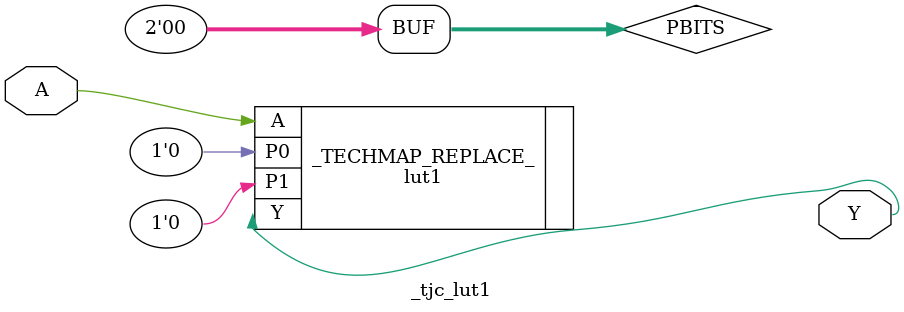
<source format=v>

(* techmap_celltype = "\$lut" *)
module _tjc_lut3 (A, Y);
    parameter LUT = 8'h0;
    parameter WIDTH = 3;
    input [WIDTH-1:0] A;
    output Y;

    wire _TECHMAP_FAIL_ = (WIDTH != 3);

    wire [2**WIDTH-1:0] PBITS = LUT;

    (* LUT=LUT *)
    lut3 _TECHMAP_REPLACE_(.C(A[2]), .B(A[1]), .A(A[0]),
            .P7(PBITS[7]),
            .P6(PBITS[6]),
            .P5(PBITS[5]),
            .P4(PBITS[4]),
            .P3(PBITS[3]),
            .P2(PBITS[2]),
            .P1(PBITS[1]),
            .P0(PBITS[0]),
            .Y(Y));
endmodule


(* techmap_celltype = "\$lut" *)
module _tjc_lut2 (A, Y);
    parameter LUT = 4'h0;
    parameter WIDTH = 2;
    input [WIDTH-1:0] A;
    output Y;

    wire _TECHMAP_FAIL_ = (WIDTH != 2);

    wire [2**WIDTH-1:0] PBITS = LUT;

    (* LUT=LUT *)
    lut2 _TECHMAP_REPLACE_(.B(A[1]), .A(A[0]),
            .P3(PBITS[3]),
            .P2(PBITS[2]),
            .P1(PBITS[1]),
            .P0(PBITS[0]),
            .Y(Y));
endmodule


(* techmap_celltype = "\$lut" *)
module _tjc_lut1 (A, Y);
    parameter LUT = 2'h0;
    parameter WIDTH = 1;
    input [WIDTH-1:0] A;
    output Y;

    wire _TECHMAP_FAIL_ = (WIDTH != 1);

    wire [2**WIDTH-1:0] PBITS = LUT;

    (* LUT=LUT *)
    lut1 _TECHMAP_REPLACE_(.A(A[0]),
            .P1(PBITS[1]),
            .P0(PBITS[0]),
            .Y(Y));
endmodule


</source>
